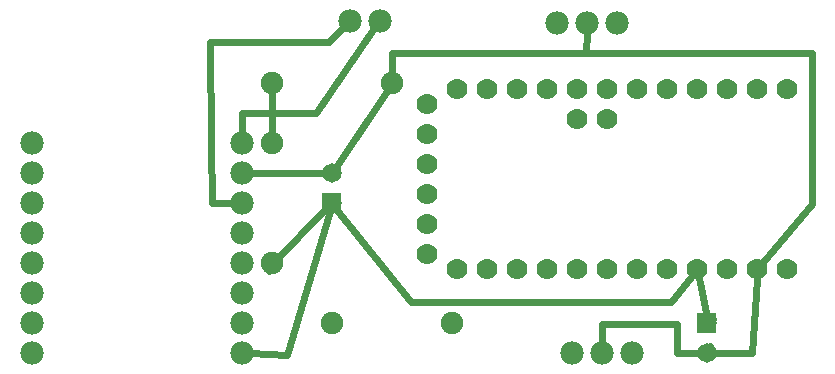
<source format=gbl>
G04 MADE WITH FRITZING*
G04 WWW.FRITZING.ORG*
G04 DOUBLE SIDED*
G04 HOLES PLATED*
G04 CONTOUR ON CENTER OF CONTOUR VECTOR*
%ASAXBY*%
%FSLAX23Y23*%
%MOIN*%
%OFA0B0*%
%SFA1.0B1.0*%
%ADD10C,0.065000*%
%ADD11C,0.077701*%
%ADD12C,0.070000*%
%ADD13C,0.075000*%
%ADD14C,0.078000*%
%ADD15C,0.024000*%
%ADD16R,0.001000X0.001000*%
%LNCOPPER0*%
G90*
G70*
G54D10*
X2323Y89D03*
X2323Y189D03*
X1073Y689D03*
X1073Y589D03*
G54D11*
X772Y90D03*
X772Y190D03*
X772Y290D03*
X772Y390D03*
X772Y490D03*
X772Y590D03*
X772Y690D03*
X772Y790D03*
X72Y90D03*
X72Y190D03*
X72Y290D03*
X72Y390D03*
X72Y490D03*
X72Y590D03*
X72Y690D03*
X72Y790D03*
G54D12*
X1591Y370D03*
X2391Y370D03*
X2191Y970D03*
X1991Y370D03*
X2591Y970D03*
X1791Y970D03*
X2591Y370D03*
X2191Y370D03*
X1791Y370D03*
X1991Y870D03*
X2391Y970D03*
X1991Y970D03*
X1591Y970D03*
X1391Y920D03*
X1391Y820D03*
X1391Y720D03*
X1391Y620D03*
X1391Y520D03*
X1391Y420D03*
X2491Y370D03*
X2291Y370D03*
X2091Y370D03*
X1891Y370D03*
X1691Y370D03*
X1491Y370D03*
X1891Y870D03*
X2491Y970D03*
X2291Y970D03*
X2091Y970D03*
X1891Y970D03*
X1691Y970D03*
X1491Y970D03*
G54D13*
X873Y989D03*
X1273Y989D03*
X1073Y189D03*
X1473Y189D03*
X873Y789D03*
X873Y389D03*
G54D14*
X2023Y1189D03*
X1923Y1189D03*
X1823Y1189D03*
X1132Y1198D03*
X1232Y1198D03*
X1873Y89D03*
X1973Y89D03*
X2073Y89D03*
G54D15*
X2203Y261D02*
X2271Y345D01*
D02*
X1337Y261D02*
X2203Y261D01*
D02*
X1088Y570D02*
X1337Y261D01*
D02*
X2328Y192D02*
X2297Y339D01*
D02*
X2344Y202D02*
X2328Y192D01*
D02*
X1973Y188D02*
X2223Y188D01*
D02*
X2223Y188D02*
X2223Y91D01*
D02*
X1973Y119D02*
X1973Y188D01*
D02*
X2223Y91D02*
X2298Y90D01*
D02*
X924Y84D02*
X1066Y565D01*
D02*
X801Y89D02*
X924Y84D01*
D02*
X1019Y891D02*
X772Y890D01*
D02*
X772Y890D02*
X772Y819D01*
D02*
X1215Y1173D02*
X1019Y891D01*
D02*
X873Y818D02*
X873Y961D01*
D02*
X872Y890D02*
X772Y890D01*
D02*
X772Y890D02*
X772Y819D01*
D02*
X873Y818D02*
X872Y890D01*
D02*
X1257Y965D02*
X1087Y710D01*
D02*
X1048Y689D02*
X801Y690D01*
D02*
X1921Y1089D02*
X1272Y1089D01*
D02*
X1272Y1089D02*
X1273Y1018D01*
D02*
X1922Y1159D02*
X1921Y1089D01*
D02*
X2674Y588D02*
X2511Y393D01*
D02*
X2674Y1089D02*
X2674Y588D01*
D02*
X1921Y1089D02*
X2674Y1089D01*
D02*
X1922Y1159D02*
X1921Y1089D01*
D02*
X872Y388D02*
X862Y363D01*
D02*
X1055Y572D02*
X872Y388D01*
D02*
X2474Y91D02*
X2323Y91D01*
D02*
X2489Y338D02*
X2474Y91D01*
D02*
X2323Y91D02*
X2333Y112D01*
D02*
X668Y1127D02*
X864Y1127D01*
D02*
X671Y789D02*
X668Y1127D01*
D02*
X864Y1127D02*
X1062Y1127D01*
D02*
X1062Y1127D02*
X1111Y1176D01*
D02*
X673Y589D02*
X671Y789D01*
D02*
X743Y589D02*
X673Y589D01*
G54D16*
X1040Y622D02*
X1104Y622D01*
X1040Y621D02*
X1104Y621D01*
X1040Y620D02*
X1104Y620D01*
X1040Y619D02*
X1104Y619D01*
X1040Y618D02*
X1104Y618D01*
X1040Y617D02*
X1104Y617D01*
X1040Y616D02*
X1104Y616D01*
X1040Y615D02*
X1104Y615D01*
X1040Y614D02*
X1104Y614D01*
X1040Y613D02*
X1104Y613D01*
X1040Y612D02*
X1104Y612D01*
X1040Y611D02*
X1104Y611D01*
X1040Y610D02*
X1104Y610D01*
X1040Y609D02*
X1104Y609D01*
X1040Y608D02*
X1104Y608D01*
X1040Y607D02*
X1104Y607D01*
X1040Y606D02*
X1104Y606D01*
X1040Y605D02*
X1104Y605D01*
X1040Y604D02*
X1070Y604D01*
X1075Y604D02*
X1104Y604D01*
X1040Y603D02*
X1066Y603D01*
X1078Y603D02*
X1104Y603D01*
X1040Y602D02*
X1064Y602D01*
X1080Y602D02*
X1104Y602D01*
X1040Y601D02*
X1063Y601D01*
X1081Y601D02*
X1104Y601D01*
X1040Y600D02*
X1062Y600D01*
X1083Y600D02*
X1104Y600D01*
X1040Y599D02*
X1061Y599D01*
X1083Y599D02*
X1104Y599D01*
X1040Y598D02*
X1060Y598D01*
X1084Y598D02*
X1104Y598D01*
X1040Y597D02*
X1060Y597D01*
X1085Y597D02*
X1104Y597D01*
X1040Y596D02*
X1059Y596D01*
X1085Y596D02*
X1104Y596D01*
X1040Y595D02*
X1059Y595D01*
X1086Y595D02*
X1104Y595D01*
X1040Y594D02*
X1058Y594D01*
X1086Y594D02*
X1104Y594D01*
X1040Y593D02*
X1058Y593D01*
X1086Y593D02*
X1104Y593D01*
X1040Y592D02*
X1058Y592D01*
X1086Y592D02*
X1104Y592D01*
X1040Y591D02*
X1058Y591D01*
X1086Y591D02*
X1104Y591D01*
X1040Y590D02*
X1058Y590D01*
X1087Y590D02*
X1104Y590D01*
X1040Y589D02*
X1058Y589D01*
X1086Y589D02*
X1104Y589D01*
X1040Y588D02*
X1058Y588D01*
X1086Y588D02*
X1104Y588D01*
X1040Y587D02*
X1058Y587D01*
X1086Y587D02*
X1104Y587D01*
X1040Y586D02*
X1059Y586D01*
X1086Y586D02*
X1104Y586D01*
X1040Y585D02*
X1059Y585D01*
X1085Y585D02*
X1104Y585D01*
X1040Y584D02*
X1060Y584D01*
X1085Y584D02*
X1104Y584D01*
X1040Y583D02*
X1060Y583D01*
X1084Y583D02*
X1104Y583D01*
X1040Y582D02*
X1061Y582D01*
X1084Y582D02*
X1104Y582D01*
X1040Y581D02*
X1062Y581D01*
X1083Y581D02*
X1104Y581D01*
X1040Y580D02*
X1063Y580D01*
X1082Y580D02*
X1104Y580D01*
X1040Y579D02*
X1064Y579D01*
X1080Y579D02*
X1104Y579D01*
X1040Y578D02*
X1066Y578D01*
X1078Y578D02*
X1104Y578D01*
X1040Y577D02*
X1069Y577D01*
X1076Y577D02*
X1104Y577D01*
X1040Y576D02*
X1104Y576D01*
X1040Y575D02*
X1104Y575D01*
X1040Y574D02*
X1104Y574D01*
X1040Y573D02*
X1104Y573D01*
X1040Y572D02*
X1104Y572D01*
X1040Y571D02*
X1104Y571D01*
X1040Y570D02*
X1104Y570D01*
X1040Y569D02*
X1104Y569D01*
X1040Y568D02*
X1104Y568D01*
X1040Y567D02*
X1104Y567D01*
X1040Y566D02*
X1104Y566D01*
X1040Y565D02*
X1104Y565D01*
X1040Y564D02*
X1104Y564D01*
X1040Y563D02*
X1104Y563D01*
X1040Y562D02*
X1104Y562D01*
X1040Y561D02*
X1104Y561D01*
X1040Y560D02*
X1104Y560D01*
X1040Y559D02*
X1104Y559D01*
X1041Y558D02*
X1104Y558D01*
X2290Y223D02*
X2354Y223D01*
X2290Y222D02*
X2354Y222D01*
X2290Y221D02*
X2354Y221D01*
X2290Y220D02*
X2354Y220D01*
X2290Y219D02*
X2354Y219D01*
X2290Y218D02*
X2354Y218D01*
X2290Y217D02*
X2354Y217D01*
X2290Y216D02*
X2354Y216D01*
X2290Y215D02*
X2354Y215D01*
X2290Y214D02*
X2354Y214D01*
X2290Y213D02*
X2354Y213D01*
X2290Y212D02*
X2354Y212D01*
X2290Y211D02*
X2354Y211D01*
X2290Y210D02*
X2354Y210D01*
X2290Y209D02*
X2354Y209D01*
X2290Y208D02*
X2354Y208D01*
X2290Y207D02*
X2354Y207D01*
X2290Y206D02*
X2354Y206D01*
X2290Y205D02*
X2354Y205D01*
X2290Y204D02*
X2319Y204D01*
X2326Y204D02*
X2354Y204D01*
X2290Y203D02*
X2316Y203D01*
X2328Y203D02*
X2354Y203D01*
X2290Y202D02*
X2314Y202D01*
X2330Y202D02*
X2354Y202D01*
X2290Y201D02*
X2313Y201D01*
X2332Y201D02*
X2354Y201D01*
X2290Y200D02*
X2312Y200D01*
X2333Y200D02*
X2354Y200D01*
X2290Y199D02*
X2311Y199D01*
X2333Y199D02*
X2354Y199D01*
X2290Y198D02*
X2310Y198D01*
X2334Y198D02*
X2354Y198D01*
X2290Y197D02*
X2309Y197D01*
X2335Y197D02*
X2354Y197D01*
X2290Y196D02*
X2309Y196D01*
X2335Y196D02*
X2354Y196D01*
X2290Y195D02*
X2309Y195D01*
X2336Y195D02*
X2354Y195D01*
X2290Y194D02*
X2308Y194D01*
X2336Y194D02*
X2354Y194D01*
X2290Y193D02*
X2308Y193D01*
X2336Y193D02*
X2354Y193D01*
X2290Y192D02*
X2308Y192D01*
X2336Y192D02*
X2354Y192D01*
X2290Y191D02*
X2308Y191D01*
X2336Y191D02*
X2354Y191D01*
X2290Y190D02*
X2308Y190D01*
X2336Y190D02*
X2354Y190D01*
X2290Y189D02*
X2308Y189D01*
X2336Y189D02*
X2354Y189D01*
X2290Y188D02*
X2308Y188D01*
X2336Y188D02*
X2354Y188D01*
X2290Y187D02*
X2308Y187D01*
X2336Y187D02*
X2354Y187D01*
X2290Y186D02*
X2309Y186D01*
X2336Y186D02*
X2354Y186D01*
X2290Y185D02*
X2309Y185D01*
X2335Y185D02*
X2354Y185D01*
X2290Y184D02*
X2310Y184D01*
X2335Y184D02*
X2354Y184D01*
X2290Y183D02*
X2310Y183D01*
X2334Y183D02*
X2354Y183D01*
X2290Y182D02*
X2311Y182D01*
X2333Y182D02*
X2354Y182D01*
X2290Y181D02*
X2312Y181D01*
X2332Y181D02*
X2354Y181D01*
X2290Y180D02*
X2313Y180D01*
X2331Y180D02*
X2354Y180D01*
X2290Y179D02*
X2314Y179D01*
X2330Y179D02*
X2354Y179D01*
X2290Y178D02*
X2316Y178D01*
X2328Y178D02*
X2354Y178D01*
X2290Y177D02*
X2320Y177D01*
X2325Y177D02*
X2354Y177D01*
X2290Y176D02*
X2354Y176D01*
X2290Y175D02*
X2354Y175D01*
X2290Y174D02*
X2354Y174D01*
X2290Y173D02*
X2354Y173D01*
X2290Y172D02*
X2354Y172D01*
X2290Y171D02*
X2354Y171D01*
X2290Y170D02*
X2354Y170D01*
X2290Y169D02*
X2354Y169D01*
X2290Y168D02*
X2354Y168D01*
X2290Y167D02*
X2354Y167D01*
X2290Y166D02*
X2354Y166D01*
X2290Y165D02*
X2354Y165D01*
X2290Y164D02*
X2354Y164D01*
X2290Y163D02*
X2354Y163D01*
X2290Y162D02*
X2354Y162D01*
X2290Y161D02*
X2354Y161D01*
X2290Y160D02*
X2354Y160D01*
X2290Y159D02*
X2354Y159D01*
D02*
G04 End of Copper0*
M02*
</source>
